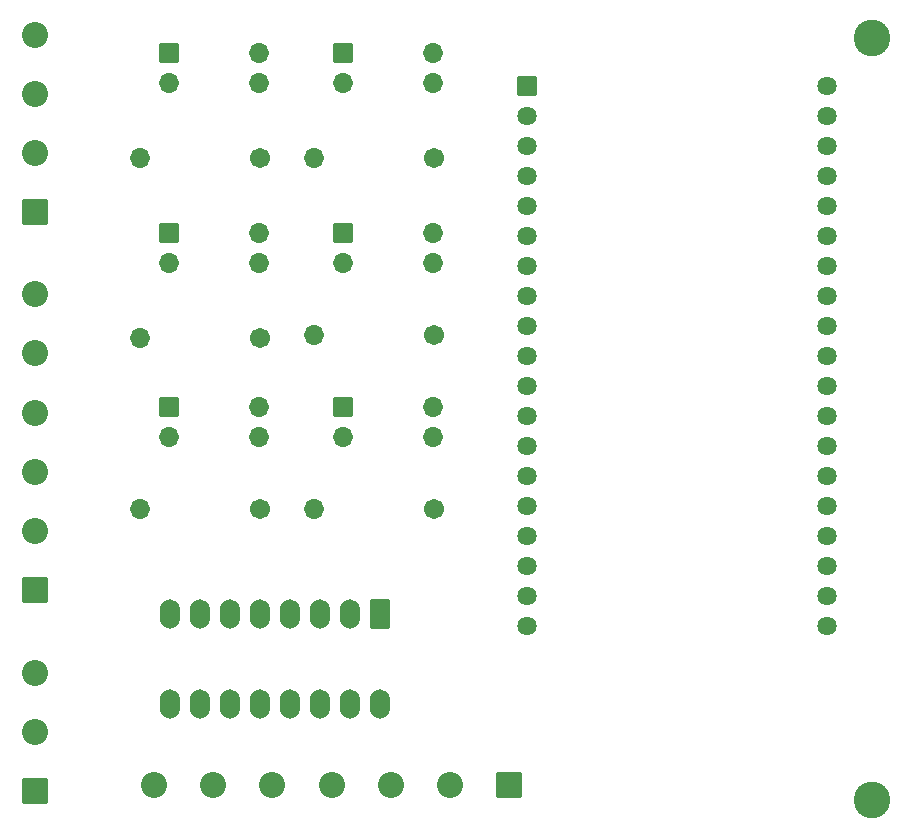
<source format=gbr>
G04 #@! TF.GenerationSoftware,KiCad,Pcbnew,(6.0.4)*
G04 #@! TF.CreationDate,2022-04-21T17:37:52+02:00*
G04 #@! TF.ProjectId,PlacaIOAzimut,506c6163-6149-44f4-917a-696d75742e6b,rev?*
G04 #@! TF.SameCoordinates,Original*
G04 #@! TF.FileFunction,Soldermask,Bot*
G04 #@! TF.FilePolarity,Negative*
%FSLAX46Y46*%
G04 Gerber Fmt 4.6, Leading zero omitted, Abs format (unit mm)*
G04 Created by KiCad (PCBNEW (6.0.4)) date 2022-04-21 17:37:52*
%MOMM*%
%LPD*%
G01*
G04 APERTURE LIST*
G04 Aperture macros list*
%AMRoundRect*
0 Rectangle with rounded corners*
0 $1 Rounding radius*
0 $2 $3 $4 $5 $6 $7 $8 $9 X,Y pos of 4 corners*
0 Add a 4 corners polygon primitive as box body*
4,1,4,$2,$3,$4,$5,$6,$7,$8,$9,$2,$3,0*
0 Add four circle primitives for the rounded corners*
1,1,$1+$1,$2,$3*
1,1,$1+$1,$4,$5*
1,1,$1+$1,$6,$7*
1,1,$1+$1,$8,$9*
0 Add four rect primitives between the rounded corners*
20,1,$1+$1,$2,$3,$4,$5,0*
20,1,$1+$1,$4,$5,$6,$7,0*
20,1,$1+$1,$6,$7,$8,$9,0*
20,1,$1+$1,$8,$9,$2,$3,0*%
G04 Aperture macros list end*
%ADD10RoundRect,0.051000X1.050000X-1.050000X1.050000X1.050000X-1.050000X1.050000X-1.050000X-1.050000X0*%
%ADD11C,2.202000*%
%ADD12C,1.702000*%
%ADD13O,1.702000X1.702000*%
%ADD14RoundRect,0.051000X-0.800000X-0.800000X0.800000X-0.800000X0.800000X0.800000X-0.800000X0.800000X0*%
%ADD15RoundRect,0.051000X-0.765000X-0.765000X0.765000X-0.765000X0.765000X0.765000X-0.765000X0.765000X0*%
%ADD16C,1.632000*%
%ADD17RoundRect,0.051000X-0.800000X1.200000X-0.800000X-1.200000X0.800000X-1.200000X0.800000X1.200000X0*%
%ADD18O,1.702000X2.502000*%
%ADD19C,3.102000*%
%ADD20RoundRect,0.051000X1.050000X1.050000X-1.050000X1.050000X-1.050000X-1.050000X1.050000X-1.050000X0*%
G04 APERTURE END LIST*
D10*
X51054000Y-110998000D03*
D11*
X51054000Y-105998000D03*
X51054000Y-100998000D03*
D10*
X51054000Y-93980000D03*
D11*
X51054000Y-88980000D03*
X51054000Y-83980000D03*
X51054000Y-78980000D03*
X51054000Y-73980000D03*
X51054000Y-68980000D03*
D12*
X70104000Y-72644000D03*
D13*
X59944000Y-72644000D03*
D14*
X77186000Y-48514000D03*
D13*
X77186000Y-51054000D03*
X84806000Y-51054000D03*
X84806000Y-48514000D03*
D14*
X62454000Y-63754000D03*
D13*
X62454000Y-66294000D03*
X70074000Y-66294000D03*
X70074000Y-63754000D03*
D15*
X92710000Y-51318000D03*
D16*
X92710000Y-53858000D03*
X92710000Y-56398000D03*
X92710000Y-58938000D03*
X92710000Y-61478000D03*
X92710000Y-64018000D03*
X92710000Y-66558000D03*
X92710000Y-69098000D03*
X92710000Y-71638000D03*
X92710000Y-74178000D03*
X92710000Y-76718000D03*
X92710000Y-79258000D03*
X92710000Y-81798000D03*
X92710000Y-84338000D03*
X92710000Y-86878000D03*
X92710000Y-89418000D03*
X92710000Y-91958000D03*
X92710000Y-94498000D03*
X92710000Y-97038000D03*
X118110000Y-97038000D03*
X118110000Y-94498000D03*
X118110000Y-91958000D03*
X118110000Y-89418000D03*
X118110000Y-86878000D03*
X118110000Y-84338000D03*
X118110000Y-81798000D03*
X118110000Y-79258000D03*
X118110000Y-76718000D03*
X118110000Y-74178000D03*
X118110000Y-71638000D03*
X118110000Y-69098000D03*
X118110000Y-66558000D03*
X118110000Y-64018000D03*
X118110000Y-61478000D03*
X118110000Y-58938000D03*
X118110000Y-56398000D03*
X118110000Y-53858000D03*
X118110000Y-51318000D03*
D12*
X84836000Y-72390000D03*
D13*
X74676000Y-72390000D03*
D12*
X84836000Y-87122000D03*
D13*
X74676000Y-87122000D03*
D14*
X77186000Y-63754000D03*
D13*
X77186000Y-66294000D03*
X84806000Y-66294000D03*
X84806000Y-63754000D03*
D14*
X62454000Y-78486000D03*
D13*
X62454000Y-81026000D03*
X70074000Y-81026000D03*
X70074000Y-78486000D03*
D14*
X77186000Y-78486000D03*
D13*
X77186000Y-81026000D03*
X84806000Y-81026000D03*
X84806000Y-78486000D03*
D12*
X84836000Y-57404000D03*
D13*
X74676000Y-57404000D03*
D17*
X80264000Y-96012000D03*
D18*
X77724000Y-96012000D03*
X75184000Y-96012000D03*
X72644000Y-96012000D03*
X70104000Y-96012000D03*
X67564000Y-96012000D03*
X65024000Y-96012000D03*
X62484000Y-96012000D03*
X62484000Y-103632000D03*
X65024000Y-103632000D03*
X67564000Y-103632000D03*
X70104000Y-103632000D03*
X72644000Y-103632000D03*
X75184000Y-103632000D03*
X77724000Y-103632000D03*
X80264000Y-103632000D03*
D19*
X121920000Y-111760000D03*
X121920000Y-47244000D03*
D20*
X91186000Y-110490000D03*
D11*
X86186000Y-110490000D03*
X81186000Y-110490000D03*
X76186000Y-110490000D03*
X71186000Y-110490000D03*
X66186000Y-110490000D03*
X61186000Y-110490000D03*
D12*
X70104000Y-87122000D03*
D13*
X59944000Y-87122000D03*
D12*
X70104000Y-57404000D03*
D13*
X59944000Y-57404000D03*
D14*
X62454000Y-48514000D03*
D13*
X62454000Y-51054000D03*
X70074000Y-51054000D03*
X70074000Y-48514000D03*
D10*
X51054000Y-61976000D03*
D11*
X51054000Y-56976000D03*
X51054000Y-51976000D03*
X51054000Y-46976000D03*
M02*

</source>
